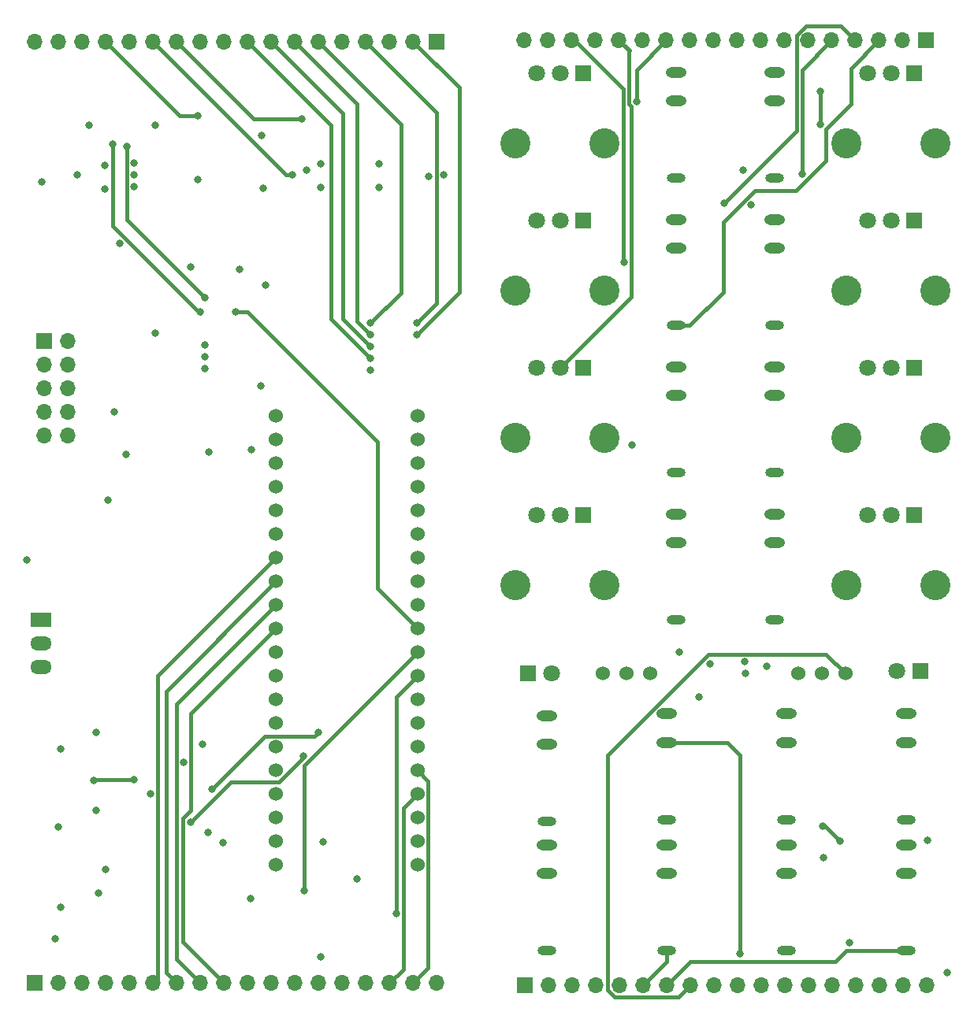
<source format=gbl>
%TF.GenerationSoftware,KiCad,Pcbnew,(6.0.0-0)*%
%TF.CreationDate,2022-10-28T21:19:59-04:00*%
%TF.ProjectId,daisy_hardware_v1,64616973-795f-4686-9172-64776172655f,rev?*%
%TF.SameCoordinates,Original*%
%TF.FileFunction,Copper,L4,Bot*%
%TF.FilePolarity,Positive*%
%FSLAX46Y46*%
G04 Gerber Fmt 4.6, Leading zero omitted, Abs format (unit mm)*
G04 Created by KiCad (PCBNEW (6.0.0-0)) date 2022-10-28 21:19:59*
%MOMM*%
%LPD*%
G01*
G04 APERTURE LIST*
%TA.AperFunction,ComponentPad*%
%ADD10R,1.700000X1.700000*%
%TD*%
%TA.AperFunction,ComponentPad*%
%ADD11O,1.700000X1.700000*%
%TD*%
%TA.AperFunction,ComponentPad*%
%ADD12O,2.216000X1.108000*%
%TD*%
%TA.AperFunction,ComponentPad*%
%ADD13O,2.016000X1.008000*%
%TD*%
%TA.AperFunction,ComponentPad*%
%ADD14C,3.240000*%
%TD*%
%TA.AperFunction,ComponentPad*%
%ADD15R,1.800000X1.800000*%
%TD*%
%TA.AperFunction,ComponentPad*%
%ADD16C,1.800000*%
%TD*%
%TA.AperFunction,ComponentPad*%
%ADD17C,1.524000*%
%TD*%
%TA.AperFunction,ComponentPad*%
%ADD18R,2.300000X1.500000*%
%TD*%
%TA.AperFunction,ComponentPad*%
%ADD19O,2.300000X1.500000*%
%TD*%
%TA.AperFunction,ViaPad*%
%ADD20C,0.800000*%
%TD*%
%TA.AperFunction,Conductor*%
%ADD21C,0.381000*%
%TD*%
G04 APERTURE END LIST*
D10*
%TO.P,J1,1,Pin_1*%
%TO.N,Net-(D3-Pad1)*%
X39925000Y-307125000D03*
D11*
%TO.P,J1,2,Pin_2*%
X42465000Y-307125000D03*
%TO.P,J1,3,Pin_3*%
%TO.N,GND*%
X39925000Y-309665000D03*
%TO.P,J1,4,Pin_4*%
X42465000Y-309665000D03*
%TO.P,J1,5,Pin_5*%
X39925000Y-312205000D03*
%TO.P,J1,6,Pin_6*%
X42465000Y-312205000D03*
%TO.P,J1,7,Pin_7*%
X39925000Y-314745000D03*
%TO.P,J1,8,Pin_8*%
X42465000Y-314745000D03*
%TO.P,J1,9,Pin_9*%
%TO.N,Net-(D4-Pad2)*%
X39925000Y-317285000D03*
%TO.P,J1,10,Pin_10*%
X42465000Y-317285000D03*
%TD*%
D12*
%TO.P,J13,1*%
%TO.N,GND*%
X107870333Y-294079999D03*
%TO.P,J13,2*%
X107870333Y-297179999D03*
D13*
%TO.P,J13,3*%
%TO.N,/CV_MORPH_A_TOP*%
X107870333Y-305479999D03*
%TD*%
D12*
%TO.P,J15,1*%
%TO.N,GND*%
X118443666Y-278244000D03*
%TO.P,J15,2*%
X118443666Y-281344000D03*
D13*
%TO.P,J15,3*%
%TO.N,/CV_RATE_B_TOP*%
X118443666Y-289644000D03*
%TD*%
D12*
%TO.P,J14,1*%
%TO.N,GND*%
X107870333Y-309915998D03*
%TO.P,J14,2*%
X107870333Y-313015998D03*
D13*
%TO.P,J14,3*%
%TO.N,/CV_START_A_TOP*%
X107870333Y-321315998D03*
%TD*%
D14*
%TO.P,RV1,*%
%TO.N,*%
X135737000Y-285874000D03*
X126137000Y-285874000D03*
D15*
%TO.P,RV1,1,1*%
%TO.N,+3V3*%
X133437000Y-278374000D03*
D16*
%TO.P,RV1,2,2*%
%TO.N,/POT_RATE_B_TOP*%
X130937000Y-278374000D03*
%TO.P,RV1,3,3*%
%TO.N,GND*%
X128437000Y-278374000D03*
%TD*%
D15*
%TO.P,D1,1,KA*%
%TO.N,Net-(D1-Pad1)*%
X91960000Y-342900000D03*
D16*
%TO.P,D1,2,AK*%
%TO.N,Net-(D1-Pad2)*%
X94500000Y-342900000D03*
%TD*%
D12*
%TO.P,J10,1*%
%TO.N,GND*%
X119718666Y-347215000D03*
%TO.P,J10,2*%
%TO.N,/SYNC_DETECT_B_TOP*%
X119718666Y-350315000D03*
D13*
%TO.P,J10,3*%
%TO.N,/SYNC_B_TOP*%
X119718666Y-358615000D03*
%TD*%
D14*
%TO.P,RV3,*%
%TO.N,*%
X100177000Y-317546000D03*
X90577000Y-317546000D03*
D15*
%TO.P,RV3,1,1*%
%TO.N,+3V3*%
X97877000Y-310046000D03*
D16*
%TO.P,RV3,2,2*%
%TO.N,/POT_START_A_TOP*%
X95377000Y-310046000D03*
%TO.P,RV3,3,3*%
%TO.N,GND*%
X92877000Y-310046000D03*
%TD*%
D14*
%TO.P,RV5,*%
%TO.N,*%
X100177000Y-301710000D03*
X90577000Y-301710000D03*
D15*
%TO.P,RV5,1,1*%
%TO.N,+3V3*%
X97877000Y-294210000D03*
D16*
%TO.P,RV5,2,2*%
%TO.N,/POT_MORPH_A_TOP*%
X95377000Y-294210000D03*
%TO.P,RV5,3,3*%
%TO.N,GND*%
X92877000Y-294210000D03*
%TD*%
D12*
%TO.P,J3,1*%
%TO.N,GND*%
X93980000Y-361312000D03*
%TO.P,J3,2*%
%TO.N,unconnected-(J3-Pad2)*%
X93980000Y-364412000D03*
D13*
%TO.P,J3,3*%
%TO.N,/DAC1_TOP*%
X93980000Y-372712000D03*
%TD*%
D12*
%TO.P,J18,1*%
%TO.N,GND*%
X107870333Y-325751998D03*
%TO.P,J18,2*%
X107870333Y-328851998D03*
D13*
%TO.P,J18,3*%
%TO.N,/CV_END_A_TOP*%
X107870333Y-337151998D03*
%TD*%
D14*
%TO.P,RV2,*%
%TO.N,*%
X135737000Y-301710000D03*
X126137000Y-301710000D03*
D15*
%TO.P,RV2,1,1*%
%TO.N,+3V3*%
X133437000Y-294210000D03*
D16*
%TO.P,RV2,2,2*%
%TO.N,/POT_MORPH_B_TOP*%
X130937000Y-294210000D03*
%TO.P,RV2,3,3*%
%TO.N,GND*%
X128437000Y-294210000D03*
%TD*%
D12*
%TO.P,J12,1*%
%TO.N,GND*%
X107870333Y-278244000D03*
%TO.P,J12,2*%
X107870333Y-281344000D03*
D13*
%TO.P,J12,3*%
%TO.N,/CV_RATE_A_TOP*%
X107870333Y-289644000D03*
%TD*%
D12*
%TO.P,J16,1*%
%TO.N,GND*%
X118443666Y-294080000D03*
%TO.P,J16,2*%
X118443666Y-297180000D03*
D13*
%TO.P,J16,3*%
%TO.N,/CV_MORPH_B_TOP*%
X118443666Y-305480000D03*
%TD*%
D12*
%TO.P,J17,1*%
%TO.N,GND*%
X118443666Y-309916000D03*
%TO.P,J17,2*%
X118443666Y-313016000D03*
D13*
%TO.P,J17,3*%
%TO.N,/CV_START_B_TOP*%
X118443666Y-321316000D03*
%TD*%
D12*
%TO.P,J7,1*%
%TO.N,GND*%
X93980000Y-347444500D03*
%TO.P,J7,2*%
%TO.N,/SYNC_DETECT_A_TOP*%
X93980000Y-350544500D03*
D13*
%TO.P,J7,3*%
%TO.N,/SYNC_A_TOP*%
X93980000Y-358844500D03*
%TD*%
D12*
%TO.P,J4,1*%
%TO.N,GND*%
X106849333Y-361312000D03*
%TO.P,J4,2*%
%TO.N,unconnected-(J4-Pad2)*%
X106849333Y-364412000D03*
D13*
%TO.P,J4,3*%
%TO.N,/EOC_A_TOP*%
X106849333Y-372712000D03*
%TD*%
D14*
%TO.P,RV4,*%
%TO.N,*%
X90577000Y-333382000D03*
X100177000Y-333382000D03*
D15*
%TO.P,RV4,1,1*%
%TO.N,+3V3*%
X97877000Y-325882000D03*
D16*
%TO.P,RV4,2,2*%
%TO.N,/POT_END_A_TOP*%
X95377000Y-325882000D03*
%TO.P,RV4,3,3*%
%TO.N,GND*%
X92877000Y-325882000D03*
%TD*%
D14*
%TO.P,RV7,*%
%TO.N,*%
X126137000Y-333382000D03*
X135737000Y-333382000D03*
D15*
%TO.P,RV7,1,1*%
%TO.N,+3V3*%
X133437000Y-325882000D03*
D16*
%TO.P,RV7,2,2*%
%TO.N,/POT_END_B_TOP*%
X130937000Y-325882000D03*
%TO.P,RV7,3,3*%
%TO.N,GND*%
X128437000Y-325882000D03*
%TD*%
D12*
%TO.P,J2,1*%
%TO.N,GND*%
X119718666Y-361312000D03*
%TO.P,J2,2*%
%TO.N,unconnected-(J2-Pad2)*%
X119718666Y-364412000D03*
D13*
%TO.P,J2,3*%
%TO.N,/DAC2_TOP*%
X119718666Y-372712000D03*
%TD*%
D17*
%TO.P,SW1,1,A*%
%TO.N,/SW_A_1_TOP*%
X99960000Y-342900000D03*
%TO.P,SW1,2,B*%
%TO.N,GND*%
X102500000Y-342900000D03*
%TO.P,SW1,3,C*%
%TO.N,/SW_A_2_TOP*%
X105040000Y-342900000D03*
%TD*%
D12*
%TO.P,J19,1*%
%TO.N,GND*%
X118443666Y-325752000D03*
%TO.P,J19,2*%
X118443666Y-328852000D03*
D13*
%TO.P,J19,3*%
%TO.N,/CV_END_B_TOP*%
X118443666Y-337152000D03*
%TD*%
D12*
%TO.P,J11,1*%
%TO.N,GND*%
X132588000Y-347215000D03*
%TO.P,J11,2*%
%TO.N,/RESET_DETECT_B_TOP*%
X132588000Y-350315000D03*
D13*
%TO.P,J11,3*%
%TO.N,/RESET_B_TOP*%
X132588000Y-358615000D03*
%TD*%
D14*
%TO.P,RV8,*%
%TO.N,*%
X100177000Y-285874000D03*
X90577000Y-285874000D03*
D15*
%TO.P,RV8,1,1*%
%TO.N,+3V3*%
X97877000Y-278374000D03*
D16*
%TO.P,RV8,2,2*%
%TO.N,/POT_RATE_A_TOP*%
X95377000Y-278374000D03*
%TO.P,RV8,3,3*%
%TO.N,GND*%
X92877000Y-278374000D03*
%TD*%
D12*
%TO.P,J8,1*%
%TO.N,GND*%
X106849333Y-347215000D03*
%TO.P,J8,2*%
%TO.N,/RESET_DETECT_A_TOP*%
X106849333Y-350315000D03*
D13*
%TO.P,J8,3*%
%TO.N,/RESET_A_TOP*%
X106849333Y-358615000D03*
%TD*%
D14*
%TO.P,RV6,*%
%TO.N,*%
X126137000Y-317546000D03*
X135737000Y-317546000D03*
D15*
%TO.P,RV6,1,1*%
%TO.N,+3V3*%
X133437000Y-310046000D03*
D16*
%TO.P,RV6,2,2*%
%TO.N,/POT_START_B_TOP*%
X130937000Y-310046000D03*
%TO.P,RV6,3,3*%
%TO.N,GND*%
X128437000Y-310046000D03*
%TD*%
D12*
%TO.P,J5,1*%
%TO.N,GND*%
X132588000Y-361312000D03*
%TO.P,J5,2*%
%TO.N,unconnected-(J5-Pad2)*%
X132588000Y-364412000D03*
D13*
%TO.P,J5,3*%
%TO.N,/EOC_B_TOP*%
X132588000Y-372712000D03*
%TD*%
D15*
%TO.P,D2,1,KA*%
%TO.N,Net-(D2-Pad1)*%
X134100000Y-342646000D03*
D16*
%TO.P,D2,2,AK*%
%TO.N,Net-(D2-Pad2)*%
X131560000Y-342646000D03*
%TD*%
D18*
%TO.P,U9,1,IN*%
%TO.N,+12V*%
X39586000Y-337128400D03*
D19*
%TO.P,U9,2,GND*%
%TO.N,GND*%
X39586000Y-339668400D03*
%TO.P,U9,3,OUT*%
%TO.N,+3V3*%
X39586000Y-342208400D03*
%TD*%
D17*
%TO.P,U1,1*%
%TO.N,unconnected-(U1-Pad1)*%
X64830000Y-315232000D03*
%TO.P,U1,2*%
%TO.N,/MUX2_S2*%
X64830000Y-317772000D03*
%TO.P,U1,3*%
%TO.N,/MUX2_S1*%
X64830000Y-320312000D03*
%TO.P,U1,4*%
%TO.N,/MUX2_S0*%
X64830000Y-322852000D03*
%TO.P,U1,5*%
%TO.N,unconnected-(U1-Pad5)*%
X64830000Y-325392000D03*
%TO.P,U1,6*%
%TO.N,unconnected-(U1-Pad6)*%
X64830000Y-327932000D03*
%TO.P,U1,7*%
%TO.N,/RESET_DETECT_B_BOTTOM*%
X64830000Y-330472000D03*
%TO.P,U1,8*%
%TO.N,/SYNC_DETECT_B_BOTTOM*%
X64830000Y-333012000D03*
%TO.P,U1,9*%
%TO.N,/RESET_DETECT_A_BOTTOM*%
X64830000Y-335552000D03*
%TO.P,U1,10*%
%TO.N,/SYNC_DETECT_A_BOTTOM*%
X64830000Y-338092000D03*
%TO.P,U1,11*%
%TO.N,/SYNC_B*%
X64830000Y-340632000D03*
%TO.P,U1,12*%
%TO.N,unconnected-(U1-Pad12)*%
X64830000Y-343172000D03*
%TO.P,U1,13*%
%TO.N,/SYNC_A*%
X64830000Y-345712000D03*
%TO.P,U1,14*%
%TO.N,/RESET_A*%
X64830000Y-348252000D03*
%TO.P,U1,15*%
%TO.N,/RESET_B*%
X64830000Y-350792000D03*
%TO.P,U1,16*%
%TO.N,unconnected-(U1-Pad16)*%
X64830000Y-353332000D03*
%TO.P,U1,17*%
%TO.N,unconnected-(U1-Pad17)*%
X64830000Y-355872000D03*
%TO.P,U1,18*%
%TO.N,unconnected-(U1-Pad18)*%
X64830000Y-358412000D03*
%TO.P,U1,19*%
%TO.N,unconnected-(U1-Pad19)*%
X64830000Y-360952000D03*
%TO.P,U1,20*%
%TO.N,GND*%
X64830000Y-363492000D03*
%TO.P,U1,21*%
%TO.N,unconnected-(U1-Pad21)*%
X80070000Y-363492000D03*
%TO.P,U1,22*%
%TO.N,/SW_B_2_BOTTOM*%
X80070000Y-360952000D03*
%TO.P,U1,23*%
%TO.N,/SW_B_1_BOTTOM*%
X80070000Y-358412000D03*
%TO.P,U1,24*%
%TO.N,/SW_A_2_BOTTOM*%
X80070000Y-355872000D03*
%TO.P,U1,25*%
%TO.N,/SW_A_1_BOTTOM*%
X80070000Y-353332000D03*
%TO.P,U1,26*%
%TO.N,/EOC_B*%
X80070000Y-350792000D03*
%TO.P,U1,27*%
%TO.N,/EOC_A*%
X80070000Y-348252000D03*
%TO.P,U1,28*%
%TO.N,unconnected-(U1-Pad28)*%
X80070000Y-345712000D03*
%TO.P,U1,29*%
%TO.N,/DAC1*%
X80070000Y-343172000D03*
%TO.P,U1,30*%
%TO.N,/DAC2*%
X80070000Y-340632000D03*
%TO.P,U1,31*%
%TO.N,/MUX2_ADC*%
X80070000Y-338092000D03*
%TO.P,U1,32*%
%TO.N,/MUX1_S2*%
X80070000Y-335552000D03*
%TO.P,U1,33*%
%TO.N,/MUX1_S1*%
X80070000Y-333012000D03*
%TO.P,U1,34*%
%TO.N,/MUX1_S0*%
X80070000Y-330472000D03*
%TO.P,U1,35*%
%TO.N,/MUX1_ADC*%
X80070000Y-327932000D03*
%TO.P,U1,36*%
%TO.N,unconnected-(U1-Pad36)*%
X80070000Y-325392000D03*
%TO.P,U1,37*%
%TO.N,unconnected-(U1-Pad37)*%
X80070000Y-322852000D03*
%TO.P,U1,38*%
%TO.N,unconnected-(U1-Pad38)*%
X80070000Y-320312000D03*
%TO.P,U1,39*%
%TO.N,+3V3*%
X80070000Y-317772000D03*
%TO.P,U1,40*%
%TO.N,GND*%
X80070000Y-315232000D03*
%TD*%
%TO.P,SW2,1,A*%
%TO.N,/SW_B_1_TOP*%
X126040000Y-342900000D03*
%TO.P,SW2,2,B*%
%TO.N,GND*%
X123500000Y-342900000D03*
%TO.P,SW2,3,C*%
%TO.N,/SW_B_2_TOP*%
X120960000Y-342900000D03*
%TD*%
D10*
%TO.P,J21,1,Pin_1*%
%TO.N,+3V3*%
X38976400Y-376193600D03*
D11*
%TO.P,J21,2,Pin_2*%
%TO.N,/RESET_A_BOTTOM*%
X41516400Y-376193600D03*
%TO.P,J21,3,Pin_3*%
%TO.N,/RESET_B_BOTTOM*%
X44056400Y-376193600D03*
%TO.P,J21,4,Pin_4*%
%TO.N,/SYNC_B_BOTTOM*%
X46596400Y-376193600D03*
%TO.P,J21,5,Pin_5*%
%TO.N,/SYNC_A_BOTTOM*%
X49136400Y-376193600D03*
%TO.P,J21,6,Pin_6*%
%TO.N,/RESET_DETECT_B_BOTTOM*%
X51676400Y-376193600D03*
%TO.P,J21,7,Pin_7*%
%TO.N,/SYNC_DETECT_B_BOTTOM*%
X54216400Y-376193600D03*
%TO.P,J21,8,Pin_8*%
%TO.N,/RESET_DETECT_A_BOTTOM*%
X56756400Y-376193600D03*
%TO.P,J21,9,Pin_9*%
%TO.N,/SYNC_DETECT_A_BOTTOM*%
X59296400Y-376193600D03*
%TO.P,J21,10,Pin_10*%
%TO.N,/SW_B_2_BOTTOM*%
X61836400Y-376193600D03*
%TO.P,J21,11,Pin_11*%
%TO.N,/SW_B_1_BOTTOM*%
X64376400Y-376193600D03*
%TO.P,J21,12,Pin_12*%
%TO.N,/EOC_B_BOTTOM*%
X66916400Y-376193600D03*
%TO.P,J21,13,Pin_13*%
%TO.N,/EOC_A_BOTTOM*%
X69456400Y-376193600D03*
%TO.P,J21,14,Pin_14*%
%TO.N,/DAC2_BOTTOM*%
X71996400Y-376193600D03*
%TO.P,J21,15,Pin_15*%
%TO.N,/DAC1_BOTTOM*%
X74536400Y-376193600D03*
%TO.P,J21,16,Pin_16*%
%TO.N,/SW_A_2_BOTTOM*%
X77076400Y-376193600D03*
%TO.P,J21,17,Pin_17*%
%TO.N,/SW_A_1_BOTTOM*%
X79616400Y-376193600D03*
%TO.P,J21,18,Pin_18*%
%TO.N,GND*%
X82156400Y-376193600D03*
%TD*%
D10*
%TO.P,J20,1,Pin_1*%
%TO.N,+12V*%
X82126400Y-274975000D03*
D11*
%TO.P,J20,2,Pin_2*%
%TO.N,/POT_END_B_BOTTOM*%
X79586400Y-274975000D03*
%TO.P,J20,3,Pin_3*%
%TO.N,/POT_END_A_BOTTOM*%
X77046400Y-274975000D03*
%TO.P,J20,4,Pin_4*%
%TO.N,/POT_START_B_BOTTOM*%
X74506400Y-274975000D03*
%TO.P,J20,5,Pin_5*%
%TO.N,/POT_START_A_BOTTOM*%
X71966400Y-274975000D03*
%TO.P,J20,6,Pin_6*%
%TO.N,/POT_MORPH_B_BOTTOM*%
X69426400Y-274975000D03*
%TO.P,J20,7,Pin_7*%
%TO.N,/POT_RATE_B_BOTTOM*%
X66886400Y-274975000D03*
%TO.P,J20,8,Pin_8*%
%TO.N,/POT_RATE_A_BOTTOM*%
X64346400Y-274975000D03*
%TO.P,J20,9,Pin_9*%
%TO.N,/POT_MORPH_A_BOTTOM*%
X61806400Y-274975000D03*
%TO.P,J20,10,Pin_10*%
%TO.N,/CV_START_B_BOTTOM*%
X59266400Y-274975000D03*
%TO.P,J20,11,Pin_11*%
%TO.N,/CV_END_B_BOTTOM*%
X56726400Y-274975000D03*
%TO.P,J20,12,Pin_12*%
%TO.N,/CV_RATE_B_BOTTOM*%
X54186400Y-274975000D03*
%TO.P,J20,13,Pin_13*%
%TO.N,/CV_MORPH_B_BOTTOM*%
X51646400Y-274975000D03*
%TO.P,J20,14,Pin_14*%
%TO.N,/CV_START_A_BOTTOM*%
X49106400Y-274975000D03*
%TO.P,J20,15,Pin_15*%
%TO.N,/CV_END_A_BOTTOM*%
X46566400Y-274975000D03*
%TO.P,J20,16,Pin_16*%
%TO.N,/CV_RATE_A_BOTTOM*%
X44026400Y-274975000D03*
%TO.P,J20,17,Pin_17*%
%TO.N,/CV_MORPH_A_BOTTOM*%
X41486400Y-274975000D03*
%TO.P,J20,18,Pin_18*%
%TO.N,-12V*%
X38946400Y-274975000D03*
%TD*%
D10*
%TO.P,J9,1,Pin_1*%
%TO.N,GND*%
X91592400Y-376428000D03*
D11*
%TO.P,J9,2,Pin_2*%
%TO.N,/SW_A_1_TOP*%
X94132400Y-376428000D03*
%TO.P,J9,3,Pin_3*%
%TO.N,/SW_A_2_TOP*%
X96672400Y-376428000D03*
%TO.P,J9,4,Pin_4*%
%TO.N,/DAC1_TOP*%
X99212400Y-376428000D03*
%TO.P,J9,5,Pin_5*%
%TO.N,/DAC2_TOP*%
X101752400Y-376428000D03*
%TO.P,J9,6,Pin_6*%
%TO.N,/EOC_A_TOP*%
X104292400Y-376428000D03*
%TO.P,J9,7,Pin_7*%
%TO.N,/EOC_B_TOP*%
X106832400Y-376428000D03*
%TO.P,J9,8,Pin_8*%
%TO.N,/SW_B_1_TOP*%
X109372400Y-376428000D03*
%TO.P,J9,9,Pin_9*%
%TO.N,/SW_B_2_TOP*%
X111912400Y-376428000D03*
%TO.P,J9,10,Pin_10*%
%TO.N,/SYNC_DETECT_A_TOP*%
X114452400Y-376428000D03*
%TO.P,J9,11,Pin_11*%
%TO.N,/RESET_DETECT_A_TOP*%
X116992400Y-376428000D03*
%TO.P,J9,12,Pin_12*%
%TO.N,/SYNC_DETECT_B_TOP*%
X119532400Y-376428000D03*
%TO.P,J9,13,Pin_13*%
%TO.N,/RESET_DETECT_B_TOP*%
X122072400Y-376428000D03*
%TO.P,J9,14,Pin_14*%
%TO.N,/SYNC_A_TOP*%
X124612400Y-376428000D03*
%TO.P,J9,15,Pin_15*%
%TO.N,/SYNC_B_TOP*%
X127152400Y-376428000D03*
%TO.P,J9,16,Pin_16*%
%TO.N,/RESET_B_TOP*%
X129692400Y-376428000D03*
%TO.P,J9,17,Pin_17*%
%TO.N,/RESET_A_TOP*%
X132232400Y-376428000D03*
%TO.P,J9,18,Pin_18*%
%TO.N,+3V3*%
X134772400Y-376428000D03*
%TD*%
D10*
%TO.P,J6,1,Pin_1*%
%TO.N,-12V*%
X134742400Y-274828000D03*
D11*
%TO.P,J6,2,Pin_2*%
%TO.N,/CV_RATE_A_TOP*%
X132202400Y-274828000D03*
%TO.P,J6,3,Pin_3*%
%TO.N,/CV_MORPH_A_TOP*%
X129662400Y-274828000D03*
%TO.P,J6,4,Pin_4*%
%TO.N,/CV_START_A_TOP*%
X127122400Y-274828000D03*
%TO.P,J6,5,Pin_5*%
%TO.N,/CV_RATE_B_TOP*%
X124582400Y-274828000D03*
%TO.P,J6,6,Pin_6*%
%TO.N,/CV_MORPH_B_TOP*%
X122042400Y-274828000D03*
%TO.P,J6,7,Pin_7*%
%TO.N,/CV_START_B_TOP*%
X119502400Y-274828000D03*
%TO.P,J6,8,Pin_8*%
%TO.N,/CV_END_A_TOP*%
X116962400Y-274828000D03*
%TO.P,J6,9,Pin_9*%
%TO.N,/CV_END_B_TOP*%
X114422400Y-274828000D03*
%TO.P,J6,10,Pin_10*%
%TO.N,/POT_RATE_B_TOP*%
X111882400Y-274828000D03*
%TO.P,J6,11,Pin_11*%
%TO.N,/POT_RATE_A_TOP*%
X109342400Y-274828000D03*
%TO.P,J6,12,Pin_12*%
%TO.N,/POT_MORPH_A_TOP*%
X106802400Y-274828000D03*
%TO.P,J6,13,Pin_13*%
%TO.N,/POT_MORPH_B_TOP*%
X104262400Y-274828000D03*
%TO.P,J6,14,Pin_14*%
%TO.N,/POT_START_A_TOP*%
X101722400Y-274828000D03*
%TO.P,J6,15,Pin_15*%
%TO.N,/POT_START_B_TOP*%
X99182400Y-274828000D03*
%TO.P,J6,16,Pin_16*%
%TO.N,/POT_END_A_TOP*%
X96642400Y-274828000D03*
%TO.P,J6,17,Pin_17*%
%TO.N,/POT_END_B_TOP*%
X94102400Y-274828000D03*
%TO.P,J6,18,Pin_18*%
%TO.N,+12V*%
X91562400Y-274828000D03*
%TD*%
D20*
%TO.N,-12V*%
X73600000Y-365000000D03*
%TO.N,+12V*%
X48730000Y-319329800D03*
%TO.N,GND*%
X75908000Y-290621000D03*
X134899400Y-360857800D03*
X46514000Y-290848000D03*
X117602000Y-342138000D03*
X38112800Y-330727600D03*
X69685000Y-290621000D03*
X41716000Y-351046000D03*
X41716000Y-368064000D03*
X46825000Y-324276000D03*
X57210000Y-308882000D03*
X41462000Y-359428000D03*
X49618000Y-290594000D03*
X47460000Y-314751000D03*
X75908000Y-288081000D03*
X69685000Y-288081000D03*
X46514000Y-288308000D03*
X51876000Y-306342000D03*
X49618000Y-288054000D03*
X49618000Y-289324000D03*
X54952000Y-352422180D03*
X57210000Y-310152000D03*
X57569200Y-359963000D03*
X108204000Y-340614000D03*
X57210000Y-307612000D03*
%TO.N,/RESET_A*%
X45272000Y-354376000D03*
X49590000Y-354348000D03*
%TO.N,/DAC2_TOP*%
X115300000Y-342900000D03*
%TO.N,/RESET_B*%
X59197480Y-361106000D03*
X46542000Y-364000000D03*
%TO.N,-12V*%
X62192000Y-318840400D03*
X115251000Y-341630000D03*
%TO.N,+12V*%
X110301000Y-345440000D03*
X69656000Y-373398000D03*
X39586000Y-337128400D03*
%TO.N,+3V3*%
X45526000Y-349268000D03*
X51368000Y-355872000D03*
X45526000Y-357650000D03*
X63233400Y-312007800D03*
X43494000Y-289324000D03*
X68132000Y-288816000D03*
X41110000Y-371393000D03*
X45780000Y-366540000D03*
X136982200Y-375056400D03*
X55686000Y-299230000D03*
X60992000Y-299484000D03*
X56956000Y-350538000D03*
%TO.N,/DAC1_TOP*%
X111500000Y-341900000D03*
%TO.N,/MUX2_ADC*%
X60512000Y-304056000D03*
%TO.N,/CV_END_A*%
X48828000Y-286276000D03*
X57210000Y-302532000D03*
%TO.N,/CV_RATE_A*%
X56702000Y-304056000D03*
X47304000Y-286022000D03*
%TO.N,/RESET_A_TOP*%
X123698000Y-362712000D03*
%TO.N,/EOC_B*%
X67827385Y-351757385D03*
X55686000Y-358920000D03*
%TO.N,/EOC_A*%
X57972000Y-355364000D03*
X69402000Y-349268000D03*
%TO.N,/SYNC_B_TOP*%
X123571000Y-359283000D03*
X125504000Y-360934000D03*
%TO.N,/CV_START_A_TOP*%
X113030000Y-292354000D03*
%TO.N,/CV_RATE_B_TOP*%
X121412000Y-289179000D03*
%TO.N,/CV_MORPH_B_TOP*%
X123345000Y-283845000D03*
X123317000Y-280289000D03*
%TO.N,/CV_START_B_TOP*%
X115938115Y-292468115D03*
%TO.N,/DAC2*%
X67878000Y-366286000D03*
%TO.N,/DAC1*%
X77784000Y-368700000D03*
%TO.N,/POT_RATE_B_BOTTOM*%
X75055000Y-306469000D03*
%TO.N,/POT_RATE_A_BOTTOM*%
X75055000Y-307739000D03*
%TO.N,/POT_MORPH_A_BOTTOM*%
X75055000Y-309009000D03*
%TO.N,/POT_MORPH_B_BOTTOM*%
X75055000Y-305199000D03*
%TO.N,/POT_START_B_BOTTOM*%
X80005000Y-305199000D03*
%TO.N,/POT_END_B_BOTTOM*%
X80005000Y-306469000D03*
%TO.N,/CV_END_B_TOP*%
X115062000Y-288798000D03*
%TO.N,/CV_RATE_B_BOTTOM*%
X67624000Y-283256000D03*
%TO.N,/CV_MORPH_B_BOTTOM*%
X66608000Y-289324000D03*
%TO.N,/CV_END_A_BOTTOM*%
X56448000Y-282974000D03*
%TO.N,AREF_-10V*%
X51876000Y-283990000D03*
X63462000Y-290748000D03*
X82892000Y-289324000D03*
X48066000Y-296690000D03*
X44764000Y-283990000D03*
X63335000Y-285033000D03*
X56448000Y-289832000D03*
X39684000Y-290086000D03*
X81312000Y-289478000D03*
%TO.N,+5V*%
X57620000Y-319091000D03*
X62141200Y-367125800D03*
X75055000Y-310279000D03*
X63749000Y-301135000D03*
%TO.N,/RESET_DETECT_A_TOP*%
X114681000Y-372999000D03*
%TO.N,/RESET_DETECT_B_TOP*%
X126492000Y-371856000D03*
%TO.N,/POT_MORPH_A_TOP*%
X103632000Y-281432000D03*
%TO.N,/POT_END_A_TOP*%
X102235000Y-298704000D03*
%TO.N,/POT_END_B_TOP*%
X103124000Y-318338000D03*
%TO.N,/SW_B_2_BOTTOM*%
X69939000Y-360979000D03*
%TD*%
D21*
%TO.N,/RESET_A*%
X49590000Y-354348000D02*
X45300000Y-354348000D01*
X45300000Y-354348000D02*
X45272000Y-354376000D01*
%TO.N,/EOC_A_TOP*%
X106849333Y-372712000D02*
X106849333Y-373871067D01*
X106849333Y-373871067D02*
X104292400Y-376428000D01*
%TO.N,/EOC_B_TOP*%
X126144000Y-372712000D02*
X132588000Y-372712000D01*
X106832400Y-376428000D02*
X109372400Y-373888000D01*
X124968000Y-373888000D02*
X126144000Y-372712000D01*
X109372400Y-373888000D02*
X124968000Y-373888000D01*
%TO.N,/MUX2_ADC*%
X75752000Y-318026000D02*
X75752000Y-333774000D01*
X60512000Y-304056000D02*
X61782000Y-304056000D01*
X61782000Y-304056000D02*
X75752000Y-318026000D01*
X75752000Y-333774000D02*
X80070000Y-338092000D01*
%TO.N,/CV_END_A*%
X48828000Y-294150000D02*
X57210000Y-302532000D01*
X48828000Y-286276000D02*
X48828000Y-294150000D01*
%TO.N,/CV_RATE_A*%
X47304000Y-286022000D02*
X47304000Y-294810755D01*
X56702000Y-304208755D02*
X56702000Y-304056000D01*
X47304000Y-294810755D02*
X56702000Y-304208755D01*
%TO.N,/EOC_B*%
X65189191Y-354602000D02*
X60004000Y-354602000D01*
X67827385Y-351963806D02*
X65189191Y-354602000D01*
X67827385Y-351757385D02*
X67827385Y-351963806D01*
X60004000Y-354602000D02*
X55686000Y-358920000D01*
%TO.N,/EOC_A*%
X63696011Y-349639989D02*
X69030011Y-349639989D01*
X69030011Y-349639989D02*
X69402000Y-349268000D01*
X57972000Y-355364000D02*
X63696011Y-349639989D01*
%TO.N,/SW_B_1_TOP*%
X101238770Y-377668011D02*
X100457000Y-376886241D01*
X108132389Y-377668011D02*
X101238770Y-377668011D01*
X123979989Y-340839989D02*
X126040000Y-342900000D01*
X100457000Y-376886241D02*
X100457000Y-351663000D01*
X100457000Y-351663000D02*
X100512288Y-351663000D01*
X100512288Y-351663000D02*
X111335299Y-340839989D01*
X111335299Y-340839989D02*
X123979989Y-340839989D01*
X109372400Y-376428000D02*
X108132389Y-377668011D01*
%TO.N,/SYNC_B_TOP*%
X123571000Y-359283000D02*
X123853000Y-359283000D01*
X123853000Y-359283000D02*
X125504000Y-360934000D01*
%TO.N,/CV_MORPH_A_TOP*%
X116332000Y-290957000D02*
X120751245Y-290957000D01*
X107870333Y-305479999D02*
X109302001Y-305479999D01*
X123952000Y-287756245D02*
X123952000Y-284355245D01*
X126619000Y-281688245D02*
X126619000Y-277871400D01*
X120751245Y-290957000D02*
X123952000Y-287756245D01*
X112903000Y-294386000D02*
X116332000Y-290957000D01*
X109302001Y-305479999D02*
X112903000Y-301879000D01*
X126619000Y-277871400D02*
X129662400Y-274828000D01*
X123952000Y-284355245D02*
X126619000Y-281688245D01*
X112903000Y-301879000D02*
X112903000Y-294386000D01*
%TO.N,/CV_START_A_TOP*%
X120802389Y-284581611D02*
X120802389Y-274314370D01*
X113030000Y-292354000D02*
X120802389Y-284581611D01*
X121812759Y-273304000D02*
X125598400Y-273304000D01*
X120802389Y-274314370D02*
X121812759Y-273304000D01*
X125598400Y-273304000D02*
X127122400Y-274828000D01*
%TO.N,/CV_RATE_B_TOP*%
X121412000Y-277998400D02*
X124582400Y-274828000D01*
X121412000Y-289179000D02*
X121412000Y-277998400D01*
%TO.N,/CV_MORPH_B_TOP*%
X123317000Y-280289000D02*
X123317000Y-283817000D01*
X123317000Y-283817000D02*
X123345000Y-283845000D01*
%TO.N,/DAC2*%
X80070000Y-340632000D02*
X67878000Y-352824000D01*
X67878000Y-352824000D02*
X67878000Y-366286000D01*
%TO.N,/DAC1*%
X80070000Y-343172000D02*
X77784000Y-345458000D01*
X77784000Y-345458000D02*
X77784000Y-368700000D01*
%TO.N,/POT_RATE_B_BOTTOM*%
X66886400Y-274975000D02*
X73596000Y-281684600D01*
X73596000Y-281684600D02*
X73596000Y-305010000D01*
X73596000Y-305010000D02*
X75055000Y-306469000D01*
%TO.N,/POT_RATE_A_BOTTOM*%
X72072000Y-304756000D02*
X75055000Y-307739000D01*
X72072000Y-304756000D02*
X72072000Y-282700600D01*
X72072000Y-282700600D02*
X64346400Y-274975000D01*
%TO.N,/POT_MORPH_A_BOTTOM*%
X70796000Y-283964600D02*
X70796000Y-304750000D01*
X70796000Y-304750000D02*
X75055000Y-309009000D01*
X61806400Y-274975000D02*
X70796000Y-283964600D01*
%TO.N,/POT_MORPH_B_BOTTOM*%
X69426400Y-274975000D02*
X78292000Y-283840600D01*
X78292000Y-283840600D02*
X78292000Y-301962000D01*
X78292000Y-301962000D02*
X75055000Y-305199000D01*
%TO.N,/POT_START_B_BOTTOM*%
X74506400Y-274975000D02*
X82102000Y-282570600D01*
X82102000Y-282570600D02*
X82102000Y-303102000D01*
X82102000Y-303102000D02*
X80005000Y-305199000D01*
%TO.N,/POT_END_B_BOTTOM*%
X80005000Y-306469000D02*
X84544000Y-301930000D01*
X84544000Y-301930000D02*
X84544000Y-279932600D01*
X84544000Y-279932600D02*
X79586400Y-274975000D01*
%TO.N,/CV_RATE_B_BOTTOM*%
X54186400Y-274975000D02*
X62467400Y-283256000D01*
X62467400Y-283256000D02*
X67624000Y-283256000D01*
%TO.N,/CV_MORPH_B_BOTTOM*%
X65995400Y-289324000D02*
X66608000Y-289324000D01*
X51646400Y-274975000D02*
X65995400Y-289324000D01*
%TO.N,/CV_END_A_BOTTOM*%
X54565400Y-282974000D02*
X46566400Y-274975000D01*
X56448000Y-282974000D02*
X54565400Y-282974000D01*
%TO.N,/RESET_DETECT_A_TOP*%
X114681000Y-351663000D02*
X114681000Y-372999000D01*
X114554000Y-351536000D02*
X114681000Y-351663000D01*
X113333000Y-350315000D02*
X114554000Y-351536000D01*
X106849333Y-350315000D02*
X113333000Y-350315000D01*
%TO.N,/SYNC_DETECT_A_BOTTOM*%
X55742011Y-357649989D02*
X54895989Y-358496011D01*
X54895989Y-358496011D02*
X54895989Y-371793189D01*
X54895989Y-371793189D02*
X59296400Y-376193600D01*
X55742011Y-347179989D02*
X55742011Y-357649989D01*
X64830000Y-338092000D02*
X55742011Y-347179989D01*
%TO.N,/RESET_DETECT_A_BOTTOM*%
X54161989Y-373599189D02*
X56756400Y-376193600D01*
X64830000Y-335552000D02*
X54161989Y-346220011D01*
X54161989Y-346220011D02*
X54161989Y-373599189D01*
%TO.N,/SYNC_DETECT_B_BOTTOM*%
X53048000Y-375025200D02*
X54216400Y-376193600D01*
X64830000Y-333012000D02*
X53048000Y-344794000D01*
X53048000Y-375025200D02*
X53048000Y-344794000D01*
%TO.N,/POT_MORPH_A_TOP*%
X103632000Y-277998400D02*
X106802400Y-274828000D01*
X103632000Y-281432000D02*
X103632000Y-277998400D01*
%TO.N,/POT_START_A_TOP*%
X102767531Y-275873131D02*
X101722400Y-274828000D01*
X102767531Y-281684776D02*
X102767531Y-275873131D01*
X103025011Y-281942256D02*
X102767531Y-281684776D01*
X103025011Y-302397989D02*
X103025011Y-281942256D01*
X95377000Y-310046000D02*
X103025011Y-302397989D01*
X102841989Y-275947589D02*
X101722400Y-274828000D01*
%TO.N,/POT_END_A_TOP*%
X96642400Y-274828000D02*
X96911022Y-274828000D01*
X102187011Y-280103989D02*
X102187011Y-298656011D01*
X102187011Y-298656011D02*
X102235000Y-298704000D01*
X96911022Y-274828000D02*
X102187011Y-280103989D01*
%TO.N,/RESET_DETECT_B_BOTTOM*%
X52158011Y-343143989D02*
X64830000Y-330472000D01*
X52158011Y-375711989D02*
X51676400Y-376193600D01*
X52158011Y-343143989D02*
X52158011Y-375711989D01*
%TO.N,/SW_A_2_BOTTOM*%
X78574011Y-374695989D02*
X78574011Y-357367989D01*
X77076400Y-376193600D02*
X78574011Y-374695989D01*
X78574011Y-357367989D02*
X80070000Y-355872000D01*
%TO.N,/SW_A_1_BOTTOM*%
X81222011Y-354484011D02*
X81222011Y-374587989D01*
X81222011Y-374587989D02*
X79616400Y-376193600D01*
X80070000Y-353332000D02*
X81222011Y-354484011D01*
%TD*%
M02*

</source>
